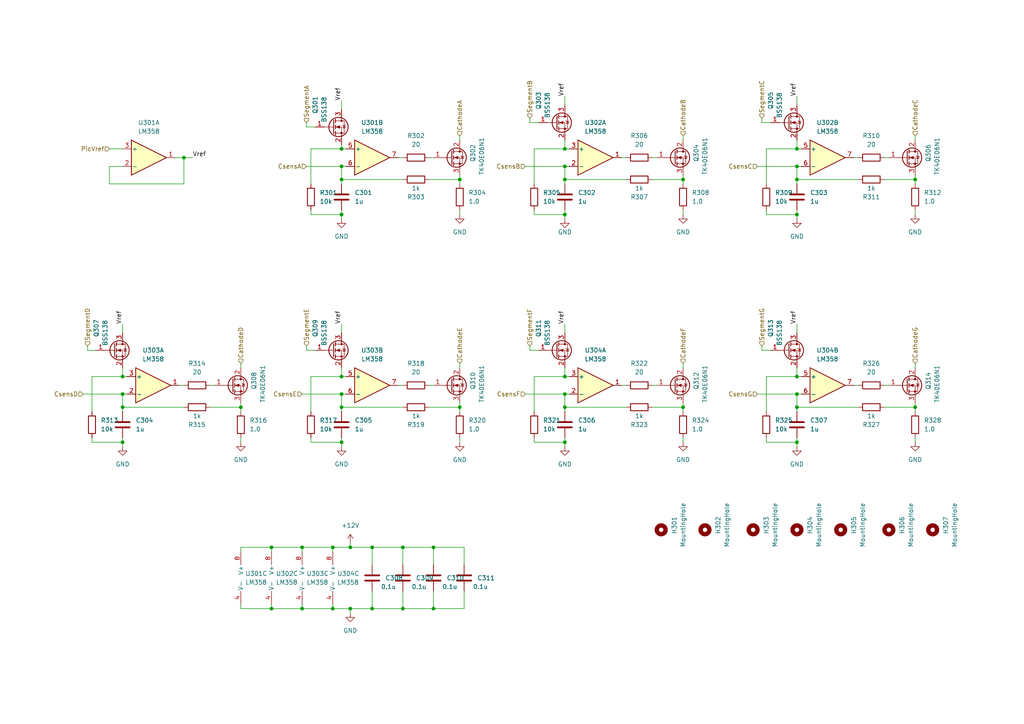
<source format=kicad_sch>
(kicad_sch (version 20211123) (generator eeschema)
  (paper "A4")
  (lib_symbols
    (symbol "Amplifier_Operational:LM358" (pin_names (offset 0.127))
      (property "Reference" "U" (at 0 5.08 0))
      (property "Value" "LM358" (at 0 -5.08 0))
      (symbol "LM358_1_1"
        (polyline (pts (xy -5.08 5.08) (xy 5.08 0) (xy -5.08 -5.08) (xy -5.08 5.08)) (stroke (width 0.254)) (fill (type background)))
        (pin output line (at 7.62 0 180) (length 2.54) (name "~") (number "1"))
        (pin input line (at -7.62 -2.54 0) (length 2.54) (name "-") (number "2"))
        (pin input line (at -7.62 2.54 0) (length 2.54) (name "+") (number "3"))
      )
      (symbol "LM358_2_1"
        (polyline (pts (xy -5.08 5.08) (xy 5.08 0) (xy -5.08 -5.08) (xy -5.08 5.08)) (stroke (width 0.254)) (fill (type background)))
        (pin input line (at -7.62 2.54 0) (length 2.54) (name "+") (number "5"))
        (pin input line (at -7.62 -2.54 0) (length 2.54) (name "-") (number "6"))
        (pin output line (at 7.62 0 180) (length 2.54) (name "~") (number "7"))
      )
      (symbol "LM358_3_1"
        (pin power_in line (at -2.54 -7.62 90) (length 3.81) (name "V-") (number "4"))
        (pin power_in line (at -2.54 7.62 270) (length 3.81) (name "V+") (number "8"))
      )
    )
    (symbol "Device:C" (pin_numbers hide) (pin_names (offset 0.254))
      (property "Reference" "C" (at 0.635 2.54 0))
      (property "Value" "C" (at 0.635 -2.54 0))
      (symbol "C_0_1"
        (polyline (pts (xy -2.032 -0.762) (xy 2.032 -0.762)) (stroke (width 0.508)))
        (polyline (pts (xy -2.032 0.762) (xy 2.032 0.762)) (stroke (width 0.508)))
      )
      (symbol "C_1_1"
        (pin passive line (at 0 3.81 270) (length 2.794) (name "~") (number "1"))
        (pin passive line (at 0 -3.81 90) (length 2.794) (name "~") (number "2"))
      )
    )
    (symbol "Device:Q_NMOS_GDS" (pin_names (offset 0) hide)
      (property "Reference" "Q" (at 5.08 1.27 0))
      (property "Value" "Q_NMOS_GDS" (at 5.08 -1.27 0))
      (symbol "Q_NMOS_GDS_0_1"
        (polyline (pts (xy 0.254 0) (xy -2.54 0)))
        (polyline (pts (xy 0.254 1.905) (xy 0.254 -1.905)) (stroke (width 0.254)))
        (polyline (pts (xy 0.762 -1.27) (xy 0.762 -2.286)) (stroke (width 0.254)))
        (polyline (pts (xy 0.762 0.508) (xy 0.762 -0.508)) (stroke (width 0.254)))
        (polyline (pts (xy 0.762 2.286) (xy 0.762 1.27)) (stroke (width 0.254)))
        (polyline (pts (xy 2.54 2.54) (xy 2.54 1.778)))
        (polyline (pts (xy 2.54 -2.54) (xy 2.54 0) (xy 0.762 0)))
        (polyline (pts (xy 0.762 -1.778) (xy 3.302 -1.778) (xy 3.302 1.778) (xy 0.762 1.778)))
        (polyline (pts (xy 1.016 0) (xy 2.032 0.381) (xy 2.032 -0.381) (xy 1.016 0)) (fill (type outline)))
        (polyline (pts (xy 2.794 0.508) (xy 2.921 0.381) (xy 3.683 0.381) (xy 3.81 0.254)))
        (polyline (pts (xy 3.302 0.381) (xy 2.921 -0.254) (xy 3.683 -0.254) (xy 3.302 0.381)))
        (circle (center 1.651 0) (radius 2.794) (stroke (width 0.254)))
        (circle (center 2.54 -1.778) (radius 0.254) (fill (type outline)))
        (circle (center 2.54 1.778) (radius 0.254) (fill (type outline)))
      )
      (symbol "Q_NMOS_GDS_1_1"
        (pin input line (at -5.08 0 0) (length 2.54) (name "G") (number "1"))
        (pin passive line (at 2.54 5.08 270) (length 2.54) (name "D") (number "2"))
        (pin passive line (at 2.54 -5.08 90) (length 2.54) (name "S") (number "3"))
      )
    )
    (symbol "Device:Q_NMOS_GSD" (pin_names (offset 0) hide)
      (property "Reference" "Q" (at 5.08 1.27 0))
      (property "Value" "Q_NMOS_GSD" (at 5.08 -1.27 0))
      (symbol "Q_NMOS_GSD_0_1"
        (polyline (pts (xy 0.254 0) (xy -2.54 0)))
        (polyline (pts (xy 0.254 1.905) (xy 0.254 -1.905)) (stroke (width 0.254)))
        (polyline (pts (xy 0.762 -1.27) (xy 0.762 -2.286)) (stroke (width 0.254)))
        (polyline (pts (xy 0.762 0.508) (xy 0.762 -0.508)) (stroke (width 0.254)))
        (polyline (pts (xy 0.762 2.286) (xy 0.762 1.27)) (stroke (width 0.254)))
        (polyline (pts (xy 2.54 2.54) (xy 2.54 1.778)))
        (polyline (pts (xy 2.54 -2.54) (xy 2.54 0) (xy 0.762 0)))
        (polyline (pts (xy 0.762 -1.778) (xy 3.302 -1.778) (xy 3.302 1.778) (xy 0.762 1.778)))
        (polyline (pts (xy 1.016 0) (xy 2.032 0.381) (xy 2.032 -0.381) (xy 1.016 0)) (fill (type outline)))
        (polyline (pts (xy 2.794 0.508) (xy 2.921 0.381) (xy 3.683 0.381) (xy 3.81 0.254)))
        (polyline (pts (xy 3.302 0.381) (xy 2.921 -0.254) (xy 3.683 -0.254) (xy 3.302 0.381)))
        (circle (center 1.651 0) (radius 2.794) (stroke (width 0.254)))
        (circle (center 2.54 -1.778) (radius 0.254) (fill (type outline)))
        (circle (center 2.54 1.778) (radius 0.254) (fill (type outline)))
      )
      (symbol "Q_NMOS_GSD_1_1"
        (pin input line (at -5.08 0 0) (length 2.54) (name "G") (number "1"))
        (pin passive line (at 2.54 -5.08 90) (length 2.54) (name "S") (number "2"))
        (pin passive line (at 2.54 5.08 270) (length 2.54) (name "D") (number "3"))
      )
    )
    (symbol "Device:R" (pin_numbers hide) (pin_names (offset 0))
      (property "Reference" "R" (at 2.032 0 90))
      (property "Value" "R" (at 0 0 90))
      (symbol "R_0_1"
        (rectangle (start -1.016 -2.54) (end 1.016 2.54) (stroke (width 0.254)))
      )
      (symbol "R_1_1"
        (pin passive line (at 0 3.81 270) (length 1.27) (name "~") (number "1"))
        (pin passive line (at 0 -3.81 90) (length 1.27) (name "~") (number "2"))
      )
    )
    (symbol "Mechanical:MountingHole" (pin_names (offset 1.016))
      (property "Reference" "H" (at 0 5.08 0))
      (property "Value" "MountingHole" (at 0 3.175 0))
      (symbol "MountingHole_0_1"
        (circle (center 0 0) (radius 1.27) (stroke (width 1.27)))
      )
    )
    (symbol "power:+12V" (power) (pin_names (offset 0))
      (property "Value" "+12V" (at 0 3.556 0))
      (symbol "+12V_0_1"
        (polyline (pts (xy -0.762 1.27) (xy 0 2.54)))
        (polyline (pts (xy 0 0) (xy 0 2.54)))
        (polyline (pts (xy 0 2.54) (xy 0.762 1.27)))
      )
      (symbol "+12V_1_1"
        (pin power_in line (at 0 0 90) (length 0) hide (name "+12V") (number "1"))
      )
    )
    (symbol "power:GND" (power) (pin_names (offset 0))
      (property "Value" "GND" (at 0 -3.81 0))
      (symbol "GND_0_1"
        (polyline (pts (xy 0 0) (xy 0 -1.27) (xy 1.27 -1.27) (xy 0 -2.54) (xy -1.27 -1.27) (xy 0 -1.27)))
      )
      (symbol "GND_1_1"
        (pin power_in line (at 0 0 270) (length 0) hide (name "GND") (number "1"))
      )
    )
  )
  (junction (at 99.06 43.18))
  (junction (at 87.63 158.75))
  (junction (at 99.06 114.3))
  (junction (at 101.6 158.75))
  (junction (at 99.06 109.22))
  (junction (at 231.14 48.26))
  (junction (at 231.14 52.07))
  (junction (at 231.14 62.23))
  (junction (at 96.52 158.75))
  (junction (at 231.14 118.11))
  (junction (at 125.73 176.53))
  (junction (at 163.83 52.07))
  (junction (at 198.12 52.07))
  (junction (at 116.84 176.53))
  (junction (at 99.06 48.26))
  (junction (at 78.74 176.53))
  (junction (at 265.43 118.11))
  (junction (at 101.6 176.53))
  (junction (at 53.34 45.72))
  (junction (at 78.74 158.75))
  (junction (at 99.06 118.11))
  (junction (at 198.12 118.11))
  (junction (at 163.83 118.11))
  (junction (at 163.83 43.18))
  (junction (at 163.83 109.22))
  (junction (at 99.06 128.27))
  (junction (at 163.83 128.27))
  (junction (at 133.35 52.07))
  (junction (at 163.83 114.3))
  (junction (at 116.84 158.75))
  (junction (at 87.63 176.53))
  (junction (at 231.14 128.27))
  (junction (at 125.73 158.75))
  (junction (at 107.95 158.75))
  (junction (at 35.56 118.11))
  (junction (at 69.85 118.11))
  (junction (at 231.14 114.3))
  (junction (at 96.52 176.53))
  (junction (at 133.35 118.11))
  (junction (at 35.56 114.3))
  (junction (at 35.56 109.22))
  (junction (at 99.06 62.23))
  (junction (at 163.83 62.23))
  (junction (at 163.83 48.26))
  (junction (at 35.56 128.27))
  (junction (at 265.43 52.07))
  (junction (at 99.06 52.07))
  (junction (at 231.14 43.18))
  (junction (at 231.14 109.22))
  (junction (at 107.95 176.53))
  (wire (pts (xy 53.34 45.72) (xy 53.34 53.34)))
  (wire (pts (xy 69.85 127) (xy 69.85 128.27)))
  (wire (pts (xy 99.06 29.21) (xy 99.06 31.75)))
  (wire (pts (xy 231.14 118.11) (xy 231.14 119.38)))
  (wire (pts (xy 231.14 127) (xy 231.14 128.27)))
  (wire (pts (xy 101.6 176.53) (xy 96.52 176.53)))
  (wire (pts (xy 222.25 109.22) (xy 231.14 109.22)))
  (wire (pts (xy 53.34 118.11) (xy 35.56 118.11)))
  (wire (pts (xy 96.52 175.26) (xy 96.52 176.53)))
  (wire (pts (xy 133.35 50.8) (xy 133.35 52.07)))
  (wire (pts (xy 231.14 93.98) (xy 231.14 96.52)))
  (wire (pts (xy 125.73 158.75) (xy 134.62 158.75)))
  (wire (pts (xy 107.95 171.45) (xy 107.95 176.53)))
  (wire (pts (xy 153.67 101.6) (xy 156.21 101.6)))
  (wire (pts (xy 133.35 39.37) (xy 133.35 40.64)))
  (wire (pts (xy 26.67 128.27) (xy 35.56 128.27)))
  (wire (pts (xy 124.46 118.11) (xy 133.35 118.11)))
  (wire (pts (xy 134.62 158.75) (xy 134.62 163.83)))
  (wire (pts (xy 31.75 43.18) (xy 35.56 43.18)))
  (wire (pts (xy 35.56 109.22) (xy 36.83 109.22)))
  (wire (pts (xy 231.14 27.94) (xy 231.14 30.48)))
  (wire (pts (xy 154.94 109.22) (xy 163.83 109.22)))
  (wire (pts (xy 189.23 111.76) (xy 190.5 111.76)))
  (wire (pts (xy 107.95 158.75) (xy 107.95 163.83)))
  (wire (pts (xy 90.17 119.38) (xy 90.17 109.22)))
  (wire (pts (xy 35.56 118.11) (xy 35.56 119.38)))
  (wire (pts (xy 163.83 43.18) (xy 165.1 43.18)))
  (wire (pts (xy 219.71 48.26) (xy 231.14 48.26)))
  (wire (pts (xy 124.46 52.07) (xy 133.35 52.07)))
  (wire (pts (xy 116.84 171.45) (xy 116.84 176.53)))
  (wire (pts (xy 265.43 127) (xy 265.43 128.27)))
  (wire (pts (xy 198.12 50.8) (xy 198.12 52.07)))
  (wire (pts (xy 163.83 52.07) (xy 163.83 53.34)))
  (wire (pts (xy 154.94 53.34) (xy 154.94 43.18)))
  (wire (pts (xy 116.84 176.53) (xy 125.73 176.53)))
  (wire (pts (xy 163.83 109.22) (xy 165.1 109.22)))
  (wire (pts (xy 153.67 100.33) (xy 153.67 101.6)))
  (wire (pts (xy 99.06 106.68) (xy 99.06 109.22)))
  (wire (pts (xy 99.06 43.18) (xy 100.33 43.18)))
  (wire (pts (xy 231.14 43.18) (xy 232.41 43.18)))
  (wire (pts (xy 90.17 109.22) (xy 99.06 109.22)))
  (wire (pts (xy 222.25 60.96) (xy 222.25 62.23)))
  (wire (pts (xy 231.14 118.11) (xy 231.14 114.3)))
  (wire (pts (xy 198.12 52.07) (xy 198.12 53.34)))
  (wire (pts (xy 90.17 43.18) (xy 99.06 43.18)))
  (wire (pts (xy 265.43 116.84) (xy 265.43 118.11)))
  (wire (pts (xy 99.06 48.26) (xy 100.33 48.26)))
  (wire (pts (xy 88.9 35.56) (xy 88.9 36.83)))
  (wire (pts (xy 163.83 27.94) (xy 163.83 30.48)))
  (wire (pts (xy 198.12 105.41) (xy 198.12 106.68)))
  (wire (pts (xy 265.43 60.96) (xy 265.43 62.23)))
  (wire (pts (xy 31.75 53.34) (xy 31.75 48.26)))
  (wire (pts (xy 222.25 62.23) (xy 231.14 62.23)))
  (wire (pts (xy 116.84 118.11) (xy 99.06 118.11)))
  (wire (pts (xy 69.85 176.53) (xy 69.85 175.26)))
  (wire (pts (xy 96.52 158.75) (xy 96.52 160.02)))
  (wire (pts (xy 88.9 36.83) (xy 91.44 36.83)))
  (wire (pts (xy 124.46 45.72) (xy 125.73 45.72)))
  (wire (pts (xy 88.9 101.6) (xy 91.44 101.6)))
  (wire (pts (xy 248.92 52.07) (xy 231.14 52.07)))
  (wire (pts (xy 101.6 157.48) (xy 101.6 158.75)))
  (wire (pts (xy 25.4 100.33) (xy 25.4 101.6)))
  (wire (pts (xy 198.12 39.37) (xy 198.12 40.64)))
  (wire (pts (xy 248.92 118.11) (xy 231.14 118.11)))
  (wire (pts (xy 125.73 158.75) (xy 125.73 163.83)))
  (wire (pts (xy 198.12 127) (xy 198.12 128.27)))
  (wire (pts (xy 231.14 128.27) (xy 231.14 129.54)))
  (wire (pts (xy 31.75 48.26) (xy 35.56 48.26)))
  (wire (pts (xy 99.06 118.11) (xy 99.06 119.38)))
  (wire (pts (xy 87.63 158.75) (xy 96.52 158.75)))
  (wire (pts (xy 222.25 128.27) (xy 231.14 128.27)))
  (wire (pts (xy 256.54 52.07) (xy 265.43 52.07)))
  (wire (pts (xy 154.94 43.18) (xy 163.83 43.18)))
  (wire (pts (xy 222.25 119.38) (xy 222.25 109.22)))
  (wire (pts (xy 247.65 45.72) (xy 248.92 45.72)))
  (wire (pts (xy 26.67 127) (xy 26.67 128.27)))
  (wire (pts (xy 163.83 106.68) (xy 163.83 109.22)))
  (wire (pts (xy 101.6 177.8) (xy 101.6 176.53)))
  (wire (pts (xy 220.98 100.33) (xy 220.98 101.6)))
  (wire (pts (xy 265.43 39.37) (xy 265.43 40.64)))
  (wire (pts (xy 99.06 52.07) (xy 99.06 48.26)))
  (wire (pts (xy 90.17 60.96) (xy 90.17 62.23)))
  (wire (pts (xy 265.43 105.41) (xy 265.43 106.68)))
  (wire (pts (xy 231.14 60.96) (xy 231.14 62.23)))
  (wire (pts (xy 163.83 118.11) (xy 163.83 119.38)))
  (wire (pts (xy 60.96 111.76) (xy 62.23 111.76)))
  (wire (pts (xy 219.71 114.3) (xy 231.14 114.3)))
  (wire (pts (xy 133.35 127) (xy 133.35 128.27)))
  (wire (pts (xy 222.25 127) (xy 222.25 128.27)))
  (wire (pts (xy 35.56 106.68) (xy 35.56 109.22)))
  (wire (pts (xy 256.54 45.72) (xy 257.81 45.72)))
  (wire (pts (xy 69.85 118.11) (xy 69.85 119.38)))
  (wire (pts (xy 69.85 158.75) (xy 78.74 158.75)))
  (wire (pts (xy 152.4 114.3) (xy 163.83 114.3)))
  (wire (pts (xy 222.25 43.18) (xy 231.14 43.18)))
  (wire (pts (xy 163.83 40.64) (xy 163.83 43.18)))
  (wire (pts (xy 231.14 62.23) (xy 231.14 63.5)))
  (wire (pts (xy 52.07 111.76) (xy 53.34 111.76)))
  (wire (pts (xy 107.95 176.53) (xy 116.84 176.53)))
  (wire (pts (xy 90.17 53.34) (xy 90.17 43.18)))
  (wire (pts (xy 99.06 128.27) (xy 99.06 129.54)))
  (wire (pts (xy 180.34 45.72) (xy 181.61 45.72)))
  (wire (pts (xy 134.62 176.53) (xy 134.62 171.45)))
  (wire (pts (xy 163.83 127) (xy 163.83 128.27)))
  (wire (pts (xy 116.84 52.07) (xy 99.06 52.07)))
  (wire (pts (xy 78.74 158.75) (xy 78.74 160.02)))
  (wire (pts (xy 231.14 52.07) (xy 231.14 53.34)))
  (wire (pts (xy 69.85 105.41) (xy 69.85 106.68)))
  (wire (pts (xy 60.96 118.11) (xy 69.85 118.11)))
  (wire (pts (xy 231.14 40.64) (xy 231.14 43.18)))
  (wire (pts (xy 99.06 127) (xy 99.06 128.27)))
  (wire (pts (xy 87.63 158.75) (xy 87.63 160.02)))
  (wire (pts (xy 133.35 60.96) (xy 133.35 62.23)))
  (wire (pts (xy 265.43 50.8) (xy 265.43 52.07)))
  (wire (pts (xy 115.57 111.76) (xy 116.84 111.76)))
  (wire (pts (xy 35.56 127) (xy 35.56 128.27)))
  (wire (pts (xy 99.06 93.98) (xy 99.06 96.52)))
  (wire (pts (xy 107.95 158.75) (xy 116.84 158.75)))
  (wire (pts (xy 222.25 53.34) (xy 222.25 43.18)))
  (wire (pts (xy 87.63 176.53) (xy 78.74 176.53)))
  (wire (pts (xy 163.83 114.3) (xy 165.1 114.3)))
  (wire (pts (xy 35.56 118.11) (xy 35.56 114.3)))
  (wire (pts (xy 133.35 116.84) (xy 133.35 118.11)))
  (wire (pts (xy 125.73 176.53) (xy 134.62 176.53)))
  (wire (pts (xy 35.56 93.98) (xy 35.56 96.52)))
  (wire (pts (xy 133.35 52.07) (xy 133.35 53.34)))
  (wire (pts (xy 163.83 48.26) (xy 165.1 48.26)))
  (wire (pts (xy 163.83 60.96) (xy 163.83 62.23)))
  (wire (pts (xy 231.14 52.07) (xy 231.14 48.26)))
  (wire (pts (xy 101.6 158.75) (xy 107.95 158.75)))
  (wire (pts (xy 25.4 101.6) (xy 27.94 101.6)))
  (wire (pts (xy 99.06 43.18) (xy 99.06 41.91)))
  (wire (pts (xy 163.83 52.07) (xy 163.83 48.26)))
  (wire (pts (xy 99.06 60.96) (xy 99.06 62.23)))
  (wire (pts (xy 90.17 62.23) (xy 99.06 62.23)))
  (wire (pts (xy 88.9 48.26) (xy 99.06 48.26)))
  (wire (pts (xy 78.74 158.75) (xy 87.63 158.75)))
  (wire (pts (xy 154.94 128.27) (xy 163.83 128.27)))
  (wire (pts (xy 189.23 118.11) (xy 198.12 118.11)))
  (wire (pts (xy 247.65 111.76) (xy 248.92 111.76)))
  (wire (pts (xy 198.12 60.96) (xy 198.12 62.23)))
  (wire (pts (xy 87.63 175.26) (xy 87.63 176.53)))
  (wire (pts (xy 116.84 158.75) (xy 116.84 163.83)))
  (wire (pts (xy 35.56 128.27) (xy 35.56 129.54)))
  (wire (pts (xy 69.85 116.84) (xy 69.85 118.11)))
  (wire (pts (xy 133.35 105.41) (xy 133.35 106.68)))
  (wire (pts (xy 189.23 45.72) (xy 190.5 45.72)))
  (wire (pts (xy 90.17 127) (xy 90.17 128.27)))
  (wire (pts (xy 220.98 101.6) (xy 223.52 101.6)))
  (wire (pts (xy 101.6 176.53) (xy 107.95 176.53)))
  (wire (pts (xy 99.06 109.22) (xy 100.33 109.22)))
  (wire (pts (xy 99.06 52.07) (xy 99.06 53.34)))
  (wire (pts (xy 256.54 118.11) (xy 265.43 118.11)))
  (wire (pts (xy 153.67 35.56) (xy 156.21 35.56)))
  (wire (pts (xy 152.4 48.26) (xy 163.83 48.26)))
  (wire (pts (xy 78.74 176.53) (xy 69.85 176.53)))
  (wire (pts (xy 87.63 114.3) (xy 99.06 114.3)))
  (wire (pts (xy 163.83 118.11) (xy 163.83 114.3)))
  (wire (pts (xy 90.17 128.27) (xy 99.06 128.27)))
  (wire (pts (xy 189.23 52.07) (xy 198.12 52.07)))
  (wire (pts (xy 154.94 62.23) (xy 163.83 62.23)))
  (wire (pts (xy 96.52 158.75) (xy 101.6 158.75)))
  (wire (pts (xy 265.43 118.11) (xy 265.43 119.38)))
  (wire (pts (xy 256.54 111.76) (xy 257.81 111.76)))
  (wire (pts (xy 99.06 118.11) (xy 99.06 114.3)))
  (wire (pts (xy 124.46 111.76) (xy 125.73 111.76)))
  (wire (pts (xy 153.67 34.29) (xy 153.67 35.56)))
  (wire (pts (xy 24.13 114.3) (xy 35.56 114.3)))
  (wire (pts (xy 26.67 109.22) (xy 35.56 109.22)))
  (wire (pts (xy 53.34 53.34) (xy 31.75 53.34)))
  (wire (pts (xy 26.67 119.38) (xy 26.67 109.22)))
  (wire (pts (xy 115.57 45.72) (xy 116.84 45.72)))
  (wire (pts (xy 125.73 171.45) (xy 125.73 176.53)))
  (wire (pts (xy 163.83 62.23) (xy 163.83 63.5)))
  (wire (pts (xy 220.98 35.56) (xy 223.52 35.56)))
  (wire (pts (xy 78.74 175.26) (xy 78.74 176.53)))
  (wire (pts (xy 265.43 52.07) (xy 265.43 53.34)))
  (wire (pts (xy 154.94 119.38) (xy 154.94 109.22)))
  (wire (pts (xy 231.14 109.22) (xy 232.41 109.22)))
  (wire (pts (xy 116.84 158.75) (xy 125.73 158.75)))
  (wire (pts (xy 198.12 118.11) (xy 198.12 119.38)))
  (wire (pts (xy 181.61 118.11) (xy 163.83 118.11)))
  (wire (pts (xy 50.8 45.72) (xy 53.34 45.72)))
  (wire (pts (xy 69.85 160.02) (xy 69.85 158.75)))
  (wire (pts (xy 181.61 52.07) (xy 163.83 52.07)))
  (wire (pts (xy 154.94 60.96) (xy 154.94 62.23)))
  (wire (pts (xy 88.9 100.33) (xy 88.9 101.6)))
  (wire (pts (xy 163.83 128.27) (xy 163.83 129.54)))
  (wire (pts (xy 231.14 114.3) (xy 232.41 114.3)))
  (wire (pts (xy 163.83 93.98) (xy 163.83 96.52)))
  (wire (pts (xy 231.14 48.26) (xy 232.41 48.26)))
  (wire (pts (xy 133.35 118.11) (xy 133.35 119.38)))
  (wire (pts (xy 154.94 127) (xy 154.94 128.27)))
  (wire (pts (xy 180.34 111.76) (xy 181.61 111.76)))
  (wire (pts (xy 99.06 114.3) (xy 100.33 114.3)))
  (wire (pts (xy 53.34 45.72) (xy 55.88 45.72)))
  (wire (pts (xy 231.14 106.68) (xy 231.14 109.22)))
  (wire (pts (xy 35.56 114.3) (xy 36.83 114.3)))
  (wire (pts (xy 220.98 34.29) (xy 220.98 35.56)))
  (wire (pts (xy 198.12 116.84) (xy 198.12 118.11)))
  (wire (pts (xy 96.52 176.53) (xy 87.63 176.53)))
  (wire (pts (xy 99.06 62.23) (xy 99.06 63.5)))
  (label "Vref" (at 231.14 93.98 90))
  (label "Vref" (at 35.56 93.98 90))
  (label "Vref" (at 55.88 45.72 0))
  (label "Vref" (at 163.83 27.94 90))
  (label "Vref" (at 99.06 29.21 90))
  (label "Vref" (at 231.14 27.94 90))
  (label "Vref" (at 163.83 93.98 90))
  (label "Vref" (at 99.06 93.98 90))
  (hierarchical_label "CsensG" (shape input) (at 219.71 114.3 180))
  (hierarchical_label "CathodeG" (shape input) (at 265.43 105.41 90))
  (hierarchical_label "CsensC" (shape input) (at 219.71 48.26 180))
  (hierarchical_label "PicVref" (shape input) (at 31.75 43.18 180))
  (hierarchical_label "SegmentB" (shape input) (at 153.67 34.29 90))
  (hierarchical_label "CsensE" (shape input) (at 87.63 114.3 180))
  (hierarchical_label "CathodeF" (shape input) (at 198.12 105.41 90))
  (hierarchical_label "CathodeA" (shape input) (at 133.35 39.37 90))
  (hierarchical_label "SegmentF" (shape input) (at 153.67 100.33 90))
  (hierarchical_label "CathodeC" (shape input) (at 265.43 39.37 90))
  (hierarchical_label "SegmentA" (shape input) (at 88.9 35.56 90))
  (hierarchical_label "SegmentG" (shape input) (at 220.98 100.33 90))
  (hierarchical_label "SegmentC" (shape input) (at 220.98 34.29 90))
  (hierarchical_label "SegmentE" (shape input) (at 88.9 100.33 90))
  (hierarchical_label "CathodeB" (shape input) (at 198.12 39.37 90))
  (hierarchical_label "CathodeD" (shape input) (at 69.85 105.41 90))
  (hierarchical_label "CathodeE" (shape input) (at 133.35 105.41 90))
  (hierarchical_label "CsensF" (shape input) (at 152.4 114.3 180))
  (hierarchical_label "SegmentD" (shape input) (at 25.4 100.33 90))
  (hierarchical_label "CsensD" (shape input) (at 24.13 114.3 180))
  (hierarchical_label "CsensA" (shape input) (at 88.9 48.26 180))
  (hierarchical_label "CsensB" (shape input) (at 152.4 48.26 180))
  (symbol (lib_id "Device:R") (at 185.42 111.76 90) (unit 1)
    (property "Reference" "R322" (at 185.42 105.41 90))
    (property "Value" "20" (at 185.42 107.95 90))
    (property "Footprint" "Resistor_SMD:R_0603_1608Metric" (effects hide))
  )
  (symbol (lib_id "Device:R") (at 154.94 123.19 0) (unit 1)
    (property "Reference" "R321" (at 157.48 121.9199 0) (effects (justify left)))
    (property "Value" "10k" (at 157.48 124.4599 0) (effects (justify left)))
    (property "Footprint" "Resistor_SMD:R_0603_1608Metric" (effects hide))
  )
  (symbol (lib_id "Mechanical:MountingHole") (at 257.81 153.67 0) (unit 1)
    (property "Reference" "H306" (at 261.62 154.94 90) (effects (justify left)))
    (property "Value" "MountingHole" (at 264.16 158.75 90) (effects (justify left)))
    (property "Footprint" "MountingHole:MountingHole_2.2mm_M2" (effects hide))
  )
  (symbol (lib_id "Mechanical:MountingHole") (at 191.77 153.67 0) (unit 1)
    (property "Reference" "H301" (at 195.58 154.94 90) (effects (justify left)))
    (property "Value" "MountingHole" (at 198.12 158.75 90) (effects (justify left)))
    (property "Footprint" "MountingHole:MountingHole_2.2mm_M2" (effects hide))
  )
  (symbol (lib_id "Device:R") (at 222.25 123.19 0) (unit 1)
    (property "Reference" "R325" (at 224.79 121.9199 0) (effects (justify left)))
    (property "Value" "10k" (at 224.79 124.4599 0) (effects (justify left)))
    (property "Footprint" "Resistor_SMD:R_0603_1608Metric" (effects hide))
  )
  (symbol (lib_id "Device:R") (at 133.35 123.19 0) (unit 1)
    (property "Reference" "R320" (at 135.89 121.9199 0) (effects (justify left)))
    (property "Value" "1.0" (at 135.89 124.4599 0) (effects (justify left)))
    (property "Footprint" "Resistor_SMD:R_2512_6332Metric_Pad1.40x3.35mm_HandSolder" (effects hide))
  )
  (symbol (lib_id "Device:R") (at 57.15 118.11 90) (unit 1)
    (property "Reference" "R315" (at 57.15 123.19 90))
    (property "Value" "1k" (at 57.15 120.65 90))
    (property "Footprint" "Resistor_SMD:R_0603_1608Metric" (effects hide))
  )
  (symbol (lib_id "Amplifier_Operational:LM358") (at 99.06 167.64 0) (unit 3)
    (property "Reference" "U304" (at 97.79 166.3699 0) (effects (justify left)))
    (property "Value" "LM358" (at 97.79 168.9099 0) (effects (justify left)))
    (property "Footprint" "Package_SO:SOP-8_3.9x4.9mm_P1.27mm" (effects hide))
    (property "Datasheet" "http://www.ti.com/lit/ds/symlink/lm2904-n.pdf" (effects hide))
  )
  (symbol (lib_id "Device:C") (at 134.62 167.64 0) (unit 1)
    (property "Reference" "C311" (at 138.43 167.64 0) (effects (justify left)))
    (property "Value" "0.1u" (at 137.16 170.18 0) (effects (justify left)))
    (property "Footprint" "Capacitor_SMD:C_0603_1608Metric" (effects hide))
  )
  (symbol (lib_id "Device:R") (at 185.42 118.11 90) (unit 1)
    (property "Reference" "R323" (at 185.42 123.19 90))
    (property "Value" "1k" (at 185.42 120.65 90))
    (property "Footprint" "Resistor_SMD:R_0603_1608Metric" (effects hide))
  )
  (symbol (lib_id "power:GND") (at 35.56 129.54 0) (unit 1)
    (property "Reference" "#PWR0307" (effects hide))
    (property "Value" "GND" (at 35.56 134.62 0))
  )
  (symbol (lib_id "power:GND") (at 99.06 129.54 0) (unit 1)
    (property "Reference" "#PWR0309" (effects hide))
    (property "Value" "GND" (at 99.06 134.62 0))
  )
  (symbol (lib_id "Amplifier_Operational:LM358") (at 107.95 45.72 0) (unit 2)
    (property "Reference" "U301" (at 107.95 35.56 0))
    (property "Value" "LM358" (at 107.95 38.1 0))
    (property "Footprint" "Package_SO:SOP-8_3.9x4.9mm_P1.27mm" (effects hide))
    (property "Datasheet" "http://www.ti.com/lit/ds/symlink/lm2904-n.pdf" (effects hide))
  )
  (symbol (lib_id "Device:R") (at 120.65 111.76 90) (unit 1)
    (property "Reference" "R318" (at 120.65 105.41 90))
    (property "Value" "20" (at 120.65 107.95 90))
    (property "Footprint" "Resistor_SMD:R_0603_1608Metric" (effects hide))
  )
  (symbol (lib_id "power:GND") (at 198.12 62.23 0) (unit 1)
    (property "Reference" "#PWR0304" (effects hide))
    (property "Value" "GND" (at 198.12 67.31 0))
  )
  (symbol (lib_id "Device:R") (at 120.65 52.07 90) (unit 1)
    (property "Reference" "R303" (at 120.65 57.15 90))
    (property "Value" "1k" (at 120.65 54.61 90))
    (property "Footprint" "Resistor_SMD:R_0603_1608Metric" (effects hide))
  )
  (symbol (lib_id "power:GND") (at 163.83 129.54 0) (unit 1)
    (property "Reference" "#PWR0311" (effects hide))
    (property "Value" "GND" (at 163.83 134.62 0))
  )
  (symbol (lib_id "Device:R") (at 154.94 57.15 0) (unit 1)
    (property "Reference" "R305" (at 157.48 55.8799 0) (effects (justify left)))
    (property "Value" "10k" (at 157.48 58.4199 0) (effects (justify left)))
    (property "Footprint" "Resistor_SMD:R_0603_1608Metric" (effects hide))
  )
  (symbol (lib_id "Device:Q_NMOS_GSD") (at 161.29 35.56 0) (unit 1)
    (property "Reference" "Q303" (at 156.21 31.75 90) (effects (justify left)))
    (property "Value" "BSS138" (at 158.75 34.29 90) (effects (justify left)))
    (property "Footprint" "Package_TO_SOT_SMD:SOT-23_Handsoldering" (effects hide))
  )
  (symbol (lib_id "Mechanical:MountingHole") (at 204.47 153.67 0) (unit 1)
    (property "Reference" "H302" (at 208.28 154.94 90) (effects (justify left)))
    (property "Value" "MountingHole" (at 210.82 158.75 90) (effects (justify left)))
    (property "Footprint" "MountingHole:MountingHole_2.2mm_M2" (effects hide))
  )
  (symbol (lib_id "Amplifier_Operational:LM358") (at 172.72 45.72 0) (unit 1)
    (property "Reference" "U302" (at 172.72 35.56 0))
    (property "Value" "LM358" (at 172.72 38.1 0))
    (property "Footprint" "Package_SO:SOP-8_3.9x4.9mm_P1.27mm" (effects hide))
    (property "Datasheet" "http://www.ti.com/lit/ds/symlink/lm2904-n.pdf" (effects hide))
  )
  (symbol (lib_id "Device:R") (at 90.17 57.15 0) (unit 1)
    (property "Reference" "R301" (at 92.71 55.8799 0) (effects (justify left)))
    (property "Value" "10k" (at 92.71 58.4199 0) (effects (justify left)))
    (property "Footprint" "Resistor_SMD:R_0603_1608Metric" (effects hide))
  )
  (symbol (lib_id "power:GND") (at 163.83 63.5 0) (unit 1)
    (property "Reference" "#PWR0303" (effects hide))
    (property "Value" "GND" (at 163.83 67.31 0))
  )
  (symbol (lib_id "power:GND") (at 231.14 63.5 0) (unit 1)
    (property "Reference" "#PWR0305" (effects hide))
    (property "Value" "GND" (at 231.14 68.58 0))
  )
  (symbol (lib_id "power:GND") (at 133.35 62.23 0) (unit 1)
    (property "Reference" "#PWR0302" (effects hide))
    (property "Value" "GND" (at 133.35 67.31 0))
  )
  (symbol (lib_id "power:GND") (at 198.12 128.27 0) (unit 1)
    (property "Reference" "#PWR0312" (effects hide))
    (property "Value" "GND" (at 198.12 133.35 0))
  )
  (symbol (lib_id "Device:Q_NMOS_GDS") (at 130.81 111.76 0) (unit 1)
    (property "Reference" "Q310" (at 137.16 113.03 90) (effects (justify left)))
    (property "Value" "TK40E06N1" (at 139.7 116.84 90) (effects (justify left)))
    (property "Footprint" "Package_TO_SOT_THT:TO-220-3_Vertical" (effects hide))
  )
  (symbol (lib_id "Device:R") (at 265.43 57.15 0) (unit 1)
    (property "Reference" "R312" (at 267.97 55.8799 0) (effects (justify left)))
    (property "Value" "1.0" (at 267.97 58.4199 0) (effects (justify left)))
    (property "Footprint" "Resistor_SMD:R_2512_6332Metric_Pad1.40x3.35mm_HandSolder" (effects hide))
  )
  (symbol (lib_id "Device:C") (at 99.06 57.15 0) (unit 1)
    (property "Reference" "C301" (at 102.87 55.8799 0) (effects (justify left)))
    (property "Value" "1u" (at 102.87 58.4199 0) (effects (justify left)))
    (property "Footprint" "Capacitor_SMD:C_0603_1608Metric" (effects hide))
  )
  (symbol (lib_id "Device:R") (at 120.65 118.11 90) (unit 1)
    (property "Reference" "R319" (at 120.65 123.19 90))
    (property "Value" "1k" (at 120.65 120.65 90))
    (property "Footprint" "Resistor_SMD:R_0603_1608Metric" (effects hide))
  )
  (symbol (lib_id "Device:R") (at 198.12 123.19 0) (unit 1)
    (property "Reference" "R324" (at 200.66 121.9199 0) (effects (justify left)))
    (property "Value" "1.0" (at 200.66 124.4599 0) (effects (justify left)))
    (property "Footprint" "Resistor_SMD:R_2512_6332Metric_Pad1.40x3.35mm_HandSolder" (effects hide))
  )
  (symbol (lib_id "Amplifier_Operational:LM358") (at 172.72 111.76 0) (unit 1)
    (property "Reference" "U304" (at 172.72 101.6 0))
    (property "Value" "LM358" (at 172.72 104.14 0))
    (property "Footprint" "Package_SO:SOP-8_3.9x4.9mm_P1.27mm" (effects hide))
    (property "Datasheet" "http://www.ti.com/lit/ds/symlink/lm2904-n.pdf" (effects hide))
  )
  (symbol (lib_id "Mechanical:MountingHole") (at 218.44 153.67 0) (unit 1)
    (property "Reference" "H303" (at 222.25 154.94 90) (effects (justify left)))
    (property "Value" "MountingHole" (at 224.79 158.75 90) (effects (justify left)))
    (property "Footprint" "MountingHole:MountingHole_2.2mm_M2" (effects hide))
  )
  (symbol (lib_id "power:GND") (at 265.43 128.27 0) (unit 1)
    (property "Reference" "#PWR0314" (effects hide))
    (property "Value" "GND" (at 265.43 133.35 0))
  )
  (symbol (lib_id "Amplifier_Operational:LM358") (at 43.18 45.72 0) (unit 1)
    (property "Reference" "U301" (at 43.18 35.56 0))
    (property "Value" "LM358" (at 43.18 38.1 0))
    (property "Footprint" "Package_SO:SOP-8_3.9x4.9mm_P1.27mm" (effects hide))
    (property "Datasheet" "http://www.ti.com/lit/ds/symlink/lm2904-n.pdf" (effects hide))
  )
  (symbol (lib_id "Device:R") (at 265.43 123.19 0) (unit 1)
    (property "Reference" "R328" (at 267.97 121.9199 0) (effects (justify left)))
    (property "Value" "1.0" (at 267.97 124.4599 0) (effects (justify left)))
    (property "Footprint" "Resistor_SMD:R_2512_6332Metric_Pad1.40x3.35mm_HandSolder" (effects hide))
  )
  (symbol (lib_id "Amplifier_Operational:LM358") (at 44.45 111.76 0) (unit 1)
    (property "Reference" "U303" (at 44.45 101.6 0))
    (property "Value" "LM358" (at 44.45 104.14 0))
    (property "Footprint" "Package_SO:SOP-8_3.9x4.9mm_P1.27mm" (effects hide))
    (property "Datasheet" "http://www.ti.com/lit/ds/symlink/lm2904-n.pdf" (effects hide))
  )
  (symbol (lib_id "Amplifier_Operational:LM358") (at 107.95 111.76 0) (unit 2)
    (property "Reference" "U303" (at 107.95 101.6 0))
    (property "Value" "LM358" (at 107.95 104.14 0))
    (property "Footprint" "Package_SO:SOP-8_3.9x4.9mm_P1.27mm" (effects hide))
    (property "Datasheet" "http://www.ti.com/lit/ds/symlink/lm2904-n.pdf" (effects hide))
  )
  (symbol (lib_id "Device:C") (at 163.83 123.19 0) (unit 1)
    (property "Reference" "C306" (at 167.64 121.9199 0) (effects (justify left)))
    (property "Value" "1u" (at 167.64 124.4599 0) (effects (justify left)))
    (property "Footprint" "Capacitor_SMD:C_0603_1608Metric" (effects hide))
  )
  (symbol (lib_id "Device:C") (at 163.83 57.15 0) (unit 1)
    (property "Reference" "C302" (at 167.64 55.8799 0) (effects (justify left)))
    (property "Value" "1u" (at 167.64 58.4199 0) (effects (justify left)))
    (property "Footprint" "Capacitor_SMD:C_0603_1608Metric" (effects hide))
  )
  (symbol (lib_id "Device:R") (at 69.85 123.19 0) (unit 1)
    (property "Reference" "R316" (at 72.39 121.9199 0) (effects (justify left)))
    (property "Value" "1.0" (at 72.39 124.4599 0) (effects (justify left)))
    (property "Footprint" "Resistor_SMD:R_2512_6332Metric_Pad1.40x3.35mm_HandSolder" (effects hide))
  )
  (symbol (lib_id "Device:Q_NMOS_GSD") (at 96.52 101.6 0) (unit 1)
    (property "Reference" "Q309" (at 91.44 97.79 90) (effects (justify left)))
    (property "Value" "BSS138" (at 93.98 100.33 90) (effects (justify left)))
    (property "Footprint" "Package_TO_SOT_SMD:SOT-23_Handsoldering" (effects hide))
  )
  (symbol (lib_id "Device:R") (at 120.65 45.72 90) (unit 1)
    (property "Reference" "R302" (at 120.65 39.37 90))
    (property "Value" "20" (at 120.65 41.91 90))
    (property "Footprint" "Resistor_SMD:R_0603_1608Metric" (effects hide))
  )
  (symbol (lib_id "Amplifier_Operational:LM358") (at 240.03 45.72 0) (unit 2)
    (property "Reference" "U302" (at 240.03 35.56 0))
    (property "Value" "LM358" (at 240.03 38.1 0))
    (property "Footprint" "Package_SO:SOP-8_3.9x4.9mm_P1.27mm" (effects hide))
    (property "Datasheet" "http://www.ti.com/lit/ds/symlink/lm2904-n.pdf" (effects hide))
  )
  (symbol (lib_id "power:GND") (at 101.6 177.8 0) (unit 1)
    (property "Reference" "#PWR0316" (effects hide))
    (property "Value" "GND" (at 101.6 182.88 0))
  )
  (symbol (lib_id "Device:R") (at 252.73 52.07 90) (unit 1)
    (property "Reference" "R311" (at 252.73 57.15 90))
    (property "Value" "1k" (at 252.73 54.61 90))
    (property "Footprint" "Resistor_SMD:R_0603_1608Metric" (effects hide))
  )
  (symbol (lib_id "Device:R") (at 252.73 45.72 90) (unit 1)
    (property "Reference" "R310" (at 252.73 39.37 90))
    (property "Value" "20" (at 252.73 41.91 90))
    (property "Footprint" "Resistor_SMD:R_0603_1608Metric" (effects hide))
  )
  (symbol (lib_id "power:GND") (at 231.14 129.54 0) (unit 1)
    (property "Reference" "#PWR0313" (effects hide))
    (property "Value" "GND" (at 231.14 134.62 0))
  )
  (symbol (lib_id "Mechanical:MountingHole") (at 243.84 153.67 0) (unit 1)
    (property "Reference" "H305" (at 247.65 154.94 90) (effects (justify left)))
    (property "Value" "MountingHole" (at 250.19 158.75 90) (effects (justify left)))
    (property "Footprint" "MountingHole:MountingHole_2.2mm_M2" (effects hide))
  )
  (symbol (lib_id "Device:R") (at 252.73 111.76 90) (unit 1)
    (property "Reference" "R326" (at 252.73 105.41 90))
    (property "Value" "20" (at 252.73 107.95 90))
    (property "Footprint" "Resistor_SMD:R_0603_1608Metric" (effects hide))
  )
  (symbol (lib_id "Device:R") (at 185.42 45.72 90) (unit 1)
    (property "Reference" "R306" (at 185.42 39.37 90))
    (property "Value" "20" (at 185.42 41.91 90))
    (property "Footprint" "Resistor_SMD:R_0603_1608Metric" (effects hide))
  )
  (symbol (lib_id "power:GND") (at 133.35 128.27 0) (unit 1)
    (property "Reference" "#PWR0310" (effects hide))
    (property "Value" "GND" (at 133.35 133.35 0))
  )
  (symbol (lib_id "power:+12V") (at 101.6 157.48 0) (unit 1)
    (property "Reference" "#PWR0315" (effects hide))
    (property "Value" "+12V" (at 101.6 152.4 0))
  )
  (symbol (lib_id "Device:Q_NMOS_GDS") (at 195.58 111.76 0) (unit 1)
    (property "Reference" "Q312" (at 201.93 113.03 90) (effects (justify left)))
    (property "Value" "TK40E06N1" (at 204.47 116.84 90) (effects (justify left)))
    (property "Footprint" "Package_TO_SOT_THT:TO-220-3_Vertical" (effects hide))
  )
  (symbol (lib_id "Mechanical:MountingHole") (at 231.14 153.67 0) (unit 1)
    (property "Reference" "H304" (at 234.95 154.94 90) (effects (justify left)))
    (property "Value" "MountingHole" (at 237.49 158.75 90) (effects (justify left)))
    (property "Footprint" "MountingHole:MountingHole_2.2mm_M2" (effects hide))
  )
  (symbol (lib_id "Device:Q_NMOS_GDS") (at 195.58 45.72 0) (unit 1)
    (property "Reference" "Q304" (at 201.93 46.99 90) (effects (justify left)))
    (property "Value" "TK40E06N1" (at 204.47 50.8 90) (effects (justify left)))
    (property "Footprint" "Package_TO_SOT_THT:TO-220-3_Vertical" (effects hide))
  )
  (symbol (lib_id "Device:C") (at 231.14 57.15 0) (unit 1)
    (property "Reference" "C303" (at 234.95 55.8799 0) (effects (justify left)))
    (property "Value" "1u" (at 234.95 58.4199 0) (effects (justify left)))
    (property "Footprint" "Capacitor_SMD:C_0603_1608Metric" (effects hide))
  )
  (symbol (lib_id "Amplifier_Operational:LM358") (at 81.28 167.64 0) (unit 3)
    (property "Reference" "U302" (at 80.01 166.3699 0) (effects (justify left)))
    (property "Value" "LM358" (at 80.01 168.9099 0) (effects (justify left)))
    (property "Footprint" "Package_SO:SOP-8_3.9x4.9mm_P1.27mm" (effects hide))
    (property "Datasheet" "http://www.ti.com/lit/ds/symlink/lm2904-n.pdf" (effects hide))
  )
  (symbol (lib_id "power:GND") (at 99.06 63.5 0) (unit 1)
    (property "Reference" "#PWR0301" (effects hide))
    (property "Value" "GND" (at 99.06 68.58 0))
  )
  (symbol (lib_id "Device:R") (at 26.67 123.19 0) (unit 1)
    (property "Reference" "R313" (at 29.21 121.9199 0) (effects (justify left)))
    (property "Value" "10k" (at 29.21 124.4599 0) (effects (justify left)))
    (property "Footprint" "Resistor_SMD:R_0603_1608Metric" (effects hide))
  )
  (symbol (lib_id "Device:Q_NMOS_GDS") (at 262.89 45.72 0) (unit 1)
    (property "Reference" "Q306" (at 269.24 46.99 90) (effects (justify left)))
    (property "Value" "TK40E06N1" (at 271.78 50.8 90) (effects (justify left)))
    (property "Footprint" "Package_TO_SOT_THT:TO-220-3_Vertical" (effects hide))
  )
  (symbol (lib_id "Device:C") (at 35.56 123.19 0) (unit 1)
    (property "Reference" "C304" (at 39.37 121.9199 0) (effects (justify left)))
    (property "Value" "1u" (at 39.37 124.4599 0) (effects (justify left)))
    (property "Footprint" "Capacitor_SMD:C_0603_1608Metric" (effects hide))
  )
  (symbol (lib_id "Device:R") (at 252.73 118.11 90) (unit 1)
    (property "Reference" "R327" (at 252.73 123.19 90))
    (property "Value" "1k" (at 252.73 120.65 90))
    (property "Footprint" "Resistor_SMD:R_0603_1608Metric" (effects hide))
  )
  (symbol (lib_id "Device:Q_NMOS_GSD") (at 33.02 101.6 0) (unit 1)
    (property "Reference" "Q307" (at 27.94 97.79 90) (effects (justify left)))
    (property "Value" "BSS138" (at 30.48 100.33 90) (effects (justify left)))
    (property "Footprint" "Package_TO_SOT_SMD:SOT-23_Handsoldering" (effects hide))
  )
  (symbol (lib_id "Device:C") (at 116.84 167.64 0) (unit 1)
    (property "Reference" "C309" (at 120.65 167.64 0) (effects (justify left)))
    (property "Value" "0.1u" (at 119.38 170.18 0) (effects (justify left)))
    (property "Footprint" "Capacitor_SMD:C_0603_1608Metric" (effects hide))
  )
  (symbol (lib_id "Device:R") (at 198.12 57.15 0) (unit 1)
    (property "Reference" "R308" (at 200.66 55.8799 0) (effects (justify left)))
    (property "Value" "1.0" (at 200.66 58.4199 0) (effects (justify left)))
    (property "Footprint" "Resistor_SMD:R_2512_6332Metric_Pad1.40x3.35mm_HandSolder" (effects hide))
  )
  (symbol (lib_id "Amplifier_Operational:LM358") (at 240.03 111.76 0) (unit 2)
    (property "Reference" "U304" (at 240.03 101.6 0))
    (property "Value" "LM358" (at 240.03 104.14 0))
    (property "Footprint" "Package_SO:SOP-8_3.9x4.9mm_P1.27mm" (effects hide))
    (property "Datasheet" "http://www.ti.com/lit/ds/symlink/lm2904-n.pdf" (effects hide))
  )
  (symbol (lib_id "Amplifier_Operational:LM358") (at 72.39 167.64 0) (unit 3)
    (property "Reference" "U301" (at 71.12 166.3699 0) (effects (justify left)))
    (property "Value" "LM358" (at 71.12 168.9099 0) (effects (justify left)))
    (property "Footprint" "Package_SO:SOP-8_3.9x4.9mm_P1.27mm" (effects hide))
    (property "Datasheet" "http://www.ti.com/lit/ds/symlink/lm2904-n.pdf" (effects hide))
  )
  (symbol (lib_id "Device:R") (at 133.35 57.15 0) (unit 1)
    (property "Reference" "R304" (at 135.89 55.8799 0) (effects (justify left)))
    (property "Value" "1.0" (at 135.89 58.4199 0) (effects (justify left)))
    (property "Footprint" "Resistor_SMD:R_2512_6332Metric_Pad1.40x3.35mm_HandSolder" (effects hide))
  )
  (symbol (lib_id "Mechanical:MountingHole") (at 270.51 153.67 0) (unit 1)
    (property "Reference" "H307" (at 274.32 154.94 90) (effects (justify left)))
    (property "Value" "MountingHole" (at 276.86 158.75 90) (effects (justify left)))
    (property "Footprint" "MountingHole:MountingHole_2.2mm_M2" (effects hide))
  )
  (symbol (lib_id "Device:R") (at 90.17 123.19 0) (unit 1)
    (property "Reference" "R317" (at 92.71 121.9199 0) (effects (justify left)))
    (property "Value" "10k" (at 92.71 124.4599 0) (effects (justify left)))
    (property "Footprint" "Resistor_SMD:R_0603_1608Metric" (effects hide))
  )
  (symbol (lib_id "Device:Q_NMOS_GSD") (at 161.29 101.6 0) (unit 1)
    (property "Reference" "Q311" (at 156.21 97.79 90) (effects (justify left)))
    (property "Value" "BSS138" (at 158.75 100.33 90) (effects (justify left)))
    (property "Footprint" "Package_TO_SOT_SMD:SOT-23_Handsoldering" (effects hide))
  )
  (symbol (lib_id "Device:Q_NMOS_GSD") (at 228.6 101.6 0) (unit 1)
    (property "Reference" "Q313" (at 223.52 97.79 90) (effects (justify left)))
    (property "Value" "BSS138" (at 226.06 100.33 90) (effects (justify left)))
    (property "Footprint" "Package_TO_SOT_SMD:SOT-23_Handsoldering" (effects hide))
  )
  (symbol (lib_id "power:GND") (at 265.43 62.23 0) (unit 1)
    (property "Reference" "#PWR0306" (effects hide))
    (property "Value" "GND" (at 265.43 67.31 0))
  )
  (symbol (lib_id "Device:Q_NMOS_GSD") (at 96.52 36.83 0) (unit 1)
    (property "Reference" "Q301" (at 91.44 33.02 90) (effects (justify left)))
    (property "Value" "BSS138" (at 93.98 35.56 90) (effects (justify left)))
    (property "Footprint" "Package_TO_SOT_SMD:SOT-23_Handsoldering" (effects hide))
  )
  (symbol (lib_id "Device:Q_NMOS_GDS") (at 130.81 45.72 0) (unit 1)
    (property "Reference" "Q302" (at 137.16 46.99 90) (effects (justify left)))
    (property "Value" "TK40E06N1" (at 139.7 50.8 90) (effects (justify left)))
    (property "Footprint" "Package_TO_SOT_THT:TO-220-3_Vertical" (effects hide))
  )
  (symbol (lib_id "Device:C") (at 99.06 123.19 0) (unit 1)
    (property "Reference" "C305" (at 102.87 121.9199 0) (effects (justify left)))
    (property "Value" "1u" (at 102.87 124.4599 0) (effects (justify left)))
    (property "Footprint" "Capacitor_SMD:C_0603_1608Metric" (effects hide))
  )
  (symbol (lib_id "Device:C") (at 125.73 167.64 0) (unit 1)
    (property "Reference" "C310" (at 129.54 167.64 0) (effects (justify left)))
    (property "Value" "0.1u" (at 128.27 170.18 0) (effects (justify left)))
    (property "Footprint" "Capacitor_SMD:C_0603_1608Metric" (effects hide))
  )
  (symbol (lib_id "Amplifier_Operational:LM358") (at 90.17 167.64 0) (unit 3)
    (property "Reference" "U303" (at 88.9 166.3699 0) (effects (justify left)))
    (property "Value" "LM358" (at 88.9 168.9099 0) (effects (justify left)))
    (property "Footprint" "Package_SO:SOP-8_3.9x4.9mm_P1.27mm" (effects hide))
    (property "Datasheet" "http://www.ti.com/lit/ds/symlink/lm2904-n.pdf" (effects hide))
  )
  (symbol (lib_id "Device:C") (at 107.95 167.64 0) (unit 1)
    (property "Reference" "C308" (at 111.76 167.64 0) (effects (justify left)))
    (property "Value" "0.1u" (at 110.49 170.18 0) (effects (justify left)))
    (property "Footprint" "Capacitor_SMD:C_0603_1608Metric" (effects hide))
  )
  (symbol (lib_id "power:GND") (at 69.85 128.27 0) (unit 1)
    (property "Reference" "#PWR0308" (effects hide))
    (property "Value" "GND" (at 69.85 133.35 0))
  )
  (symbol (lib_id "Device:R") (at 57.15 111.76 90) (unit 1)
    (property "Reference" "R314" (at 57.15 105.41 90))
    (property "Value" "20" (at 57.15 107.95 90))
    (property "Footprint" "Resistor_SMD:R_0603_1608Metric" (effects hide))
  )
  (symbol (lib_id "Device:Q_NMOS_GDS") (at 67.31 111.76 0) (unit 1)
    (property "Reference" "Q308" (at 73.66 113.03 90) (effects (justify left)))
    (property "Value" "TK40E06N1" (at 76.2 116.84 90) (effects (justify left)))
    (property "Footprint" "Package_TO_SOT_THT:TO-220-3_Vertical" (effects hide))
  )
  (symbol (lib_id "Device:Q_NMOS_GDS") (at 262.89 111.76 0) (unit 1)
    (property "Reference" "Q314" (at 269.24 113.03 90) (effects (justify left)))
    (property "Value" "TK40E06N1" (at 271.78 116.84 90) (effects (justify left)))
    (property "Footprint" "Package_TO_SOT_THT:TO-220-3_Vertical" (effects hide))
  )
  (symbol (lib_id "Device:Q_NMOS_GSD") (at 228.6 35.56 0) (unit 1)
    (property "Reference" "Q305" (at 223.52 31.75 90) (effects (justify left)))
    (property "Value" "BSS138" (at 226.06 34.29 90) (effects (justify left)))
    (property "Footprint" "Package_TO_SOT_SMD:SOT-23_Handsoldering" (effects hide))
  )
  (symbol (lib_id "Device:C") (at 231.14 123.19 0) (unit 1)
    (property "Reference" "C307" (at 234.95 121.9199 0) (effects (justify left)))
    (property "Value" "1u" (at 234.95 124.4599 0) (effects (justify left)))
    (property "Footprint" "Capacitor_SMD:C_0603_1608Metric" (effects hide))
  )
  (symbol (lib_id "Device:R") (at 222.25 57.15 0) (unit 1)
    (property "Reference" "R309" (at 224.79 55.8799 0) (effects (justify left)))
    (property "Value" "10k" (at 224.79 58.4199 0) (effects (justify left)))
    (property "Footprint" "Resistor_SMD:R_0603_1608Metric" (effects hide))
  )
  (symbol (lib_id "Device:R") (at 185.42 52.07 90) (unit 1)
    (property "Reference" "R307" (at 185.42 57.15 90))
    (property "Value" "1k" (at 185.42 54.61 90))
    (property "Footprint" "Resistor_SMD:R_0603_1608Metric" (effects hide))
  )
)
</source>
